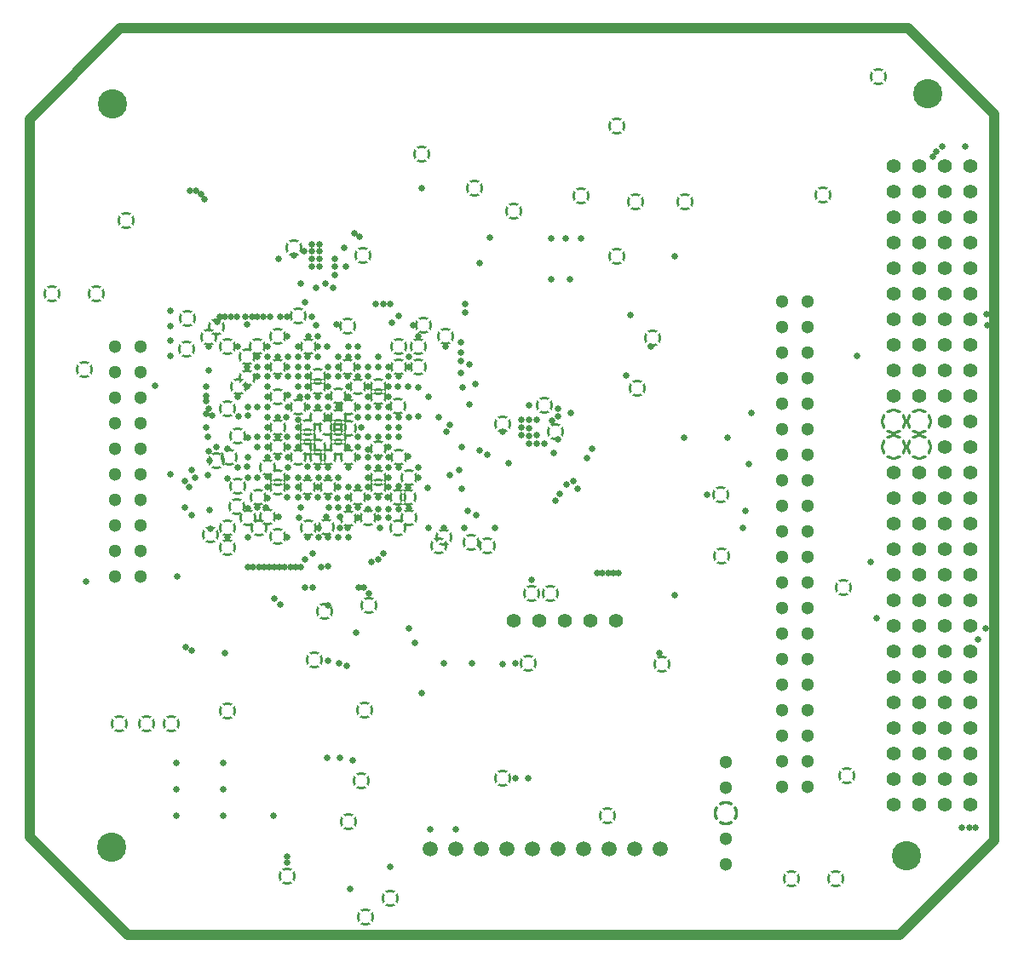
<source format=gbr>
%TF.GenerationSoftware,Altium Limited,Altium Designer,21.5.1 (32)*%
G04 Layer_Physical_Order=5*
G04 Layer_Color=8421376*
%FSLAX45Y45*%
%MOMM*%
%TF.SameCoordinates,1C786601-62C9-430B-884C-CD9D5B78F05E*%
%TF.FilePolarity,Negative*%
%TF.FileFunction,Copper,L5,Inr,Plane*%
%TF.Part,Single*%
G01*
G75*
%TA.AperFunction,ComponentPad*%
%ADD44C,1.50000*%
%TA.AperFunction,NonConductor*%
%ADD51C,1.01600*%
%TA.AperFunction,ComponentPad*%
%ADD52C,1.42000*%
G04:AMPARAMS|DCode=53|XSize=2.544mm|YSize=2.544mm|CornerRadius=0mm|HoleSize=0mm|Usage=FLASHONLY|Rotation=0.000|XOffset=0mm|YOffset=0mm|HoleType=Round|Shape=Relief|Width=0.254mm|Gap=0.254mm|Entries=4|*
%AMTHD53*
7,0,0,2.54400,2.03600,0.25400,45*
%
%ADD53THD53*%
G04:AMPARAMS|DCode=54|XSize=2.424mm|YSize=2.424mm|CornerRadius=0mm|HoleSize=0mm|Usage=FLASHONLY|Rotation=0.000|XOffset=0mm|YOffset=0mm|HoleType=Round|Shape=Relief|Width=0.254mm|Gap=0.254mm|Entries=4|*
%AMTHD54*
7,0,0,2.42400,1.91600,0.25400,45*
%
%ADD54THD54*%
%ADD55C,1.30000*%
%ADD56C,2.90000*%
%TA.AperFunction,ViaPad*%
%ADD57C,0.65000*%
G04:AMPARAMS|DCode=58|XSize=1.774mm|YSize=1.774mm|CornerRadius=0mm|HoleSize=0mm|Usage=FLASHONLY|Rotation=0.000|XOffset=0mm|YOffset=0mm|HoleType=Round|Shape=Relief|Width=0.254mm|Gap=0.254mm|Entries=4|*
%AMTHD58*
7,0,0,1.77400,1.26600,0.25400,45*
%
%ADD58THD58*%
D44*
X8810371Y3395889D02*
D03*
X8556371D02*
D03*
X7794371D02*
D03*
X7286371D02*
D03*
X6778371D02*
D03*
X6524371D02*
D03*
X7032371D02*
D03*
X7540371D02*
D03*
X8048371D02*
D03*
X8302371D02*
D03*
D51*
X3489222Y2568675D02*
X3517899Y2539999D01*
X11188699D01*
X12128501Y3479801D01*
Y10704345D01*
X11275846Y11557001D02*
X12128501Y10704345D01*
X3441699Y11557001D02*
X11275846D01*
X2539999Y10655301D02*
X3441699Y11557001D01*
X2539999Y3517899D02*
Y10655301D01*
Y3517899D02*
X3489222Y2568675D01*
D52*
X11633200Y3835400D02*
D03*
Y4089400D02*
D03*
Y4343400D02*
D03*
Y4597400D02*
D03*
Y4851400D02*
D03*
Y5105400D02*
D03*
Y5359400D02*
D03*
Y5613400D02*
D03*
Y5867400D02*
D03*
Y6121400D02*
D03*
Y6375400D02*
D03*
Y6629400D02*
D03*
Y6883400D02*
D03*
Y7137400D02*
D03*
Y7391400D02*
D03*
Y7645400D02*
D03*
Y7899400D02*
D03*
Y8153400D02*
D03*
Y8407400D02*
D03*
Y8661400D02*
D03*
Y8915400D02*
D03*
Y9169400D02*
D03*
Y9423400D02*
D03*
Y9677400D02*
D03*
Y9931400D02*
D03*
Y10185400D02*
D03*
X11887200Y3835400D02*
D03*
Y4089400D02*
D03*
Y4343400D02*
D03*
Y4597400D02*
D03*
Y4851400D02*
D03*
Y5105400D02*
D03*
Y5359400D02*
D03*
Y5613400D02*
D03*
Y5867400D02*
D03*
Y6121400D02*
D03*
Y6375400D02*
D03*
Y6629400D02*
D03*
Y6883400D02*
D03*
Y7137400D02*
D03*
Y7391400D02*
D03*
Y7645400D02*
D03*
Y7899400D02*
D03*
Y8153400D02*
D03*
Y8407400D02*
D03*
Y8661400D02*
D03*
Y8915400D02*
D03*
Y9169400D02*
D03*
Y9423400D02*
D03*
Y9677400D02*
D03*
Y9931400D02*
D03*
Y10185400D02*
D03*
X11379200D02*
D03*
Y9931400D02*
D03*
Y9677400D02*
D03*
Y9423400D02*
D03*
Y9169400D02*
D03*
Y8915400D02*
D03*
Y8661400D02*
D03*
Y8407400D02*
D03*
Y8153400D02*
D03*
Y7899400D02*
D03*
Y6883400D02*
D03*
Y6629400D02*
D03*
Y6375400D02*
D03*
Y6121400D02*
D03*
Y5867400D02*
D03*
Y5613400D02*
D03*
Y5359400D02*
D03*
Y5105400D02*
D03*
Y4851400D02*
D03*
Y4597400D02*
D03*
Y4343400D02*
D03*
Y4089400D02*
D03*
Y3835400D02*
D03*
X11125200Y10185400D02*
D03*
Y9931400D02*
D03*
Y9677400D02*
D03*
Y9423400D02*
D03*
Y9169400D02*
D03*
Y8915400D02*
D03*
Y8661400D02*
D03*
Y8407400D02*
D03*
Y8153400D02*
D03*
Y7899400D02*
D03*
Y6883400D02*
D03*
Y6629400D02*
D03*
Y6375400D02*
D03*
Y6121400D02*
D03*
Y5867400D02*
D03*
Y5613400D02*
D03*
Y5359400D02*
D03*
Y5105400D02*
D03*
Y4851400D02*
D03*
Y4597400D02*
D03*
Y4343400D02*
D03*
Y4089400D02*
D03*
Y3835400D02*
D03*
X11379200Y7137400D02*
D03*
X11125200D02*
D03*
X7350902Y5666110D02*
D03*
X7604902D02*
D03*
X7858902D02*
D03*
X8112902D02*
D03*
X8366902D02*
D03*
D53*
X11379200Y7645400D02*
D03*
Y7391400D02*
D03*
X11125200Y7645400D02*
D03*
Y7391400D02*
D03*
D54*
X9459628Y3753665D02*
D03*
D55*
Y4007665D02*
D03*
Y3245665D02*
D03*
Y3499665D02*
D03*
Y4261665D02*
D03*
X10274300Y4013200D02*
D03*
X10020300D02*
D03*
X10274300Y4267200D02*
D03*
X10020300D02*
D03*
X10274300Y4521200D02*
D03*
X10020300D02*
D03*
X10274300Y4775200D02*
D03*
X10020300D02*
D03*
X10274300Y5029200D02*
D03*
X10020300D02*
D03*
X10274300Y5283200D02*
D03*
X10020300D02*
D03*
X10274300Y5537200D02*
D03*
X10020300D02*
D03*
X10274300Y5791200D02*
D03*
X10020300D02*
D03*
X10274300Y6045200D02*
D03*
X10020300D02*
D03*
X10274300Y6299200D02*
D03*
X10020300D02*
D03*
X10274300Y6553200D02*
D03*
X10020300D02*
D03*
X10274300Y6807200D02*
D03*
X10020300D02*
D03*
X10274300Y7061200D02*
D03*
X10020300D02*
D03*
X10274300Y7315200D02*
D03*
X10020300D02*
D03*
X10274300Y7569200D02*
D03*
X10020300D02*
D03*
X10274300Y7823200D02*
D03*
X10020300D02*
D03*
X10274300Y8077200D02*
D03*
X10020300D02*
D03*
X10274300Y8331200D02*
D03*
X10020300D02*
D03*
X10274300Y8585200D02*
D03*
X10020300D02*
D03*
X10274300Y8839200D02*
D03*
X10020300D02*
D03*
X3390900Y8394700D02*
D03*
X3644900D02*
D03*
X3390900Y8140700D02*
D03*
X3644900D02*
D03*
X3390900Y7886700D02*
D03*
X3644900D02*
D03*
X3390900Y7632700D02*
D03*
X3644900D02*
D03*
X3390900Y7378700D02*
D03*
X3644900D02*
D03*
X3390900Y7124700D02*
D03*
X3644900D02*
D03*
X3390900Y6870700D02*
D03*
X3644900D02*
D03*
X3390900Y6616700D02*
D03*
X3644900D02*
D03*
X3390900Y6362700D02*
D03*
X3644900D02*
D03*
X3390900Y6108700D02*
D03*
X3644900D02*
D03*
D56*
X3365500Y10807700D02*
D03*
X11468100Y10909300D02*
D03*
X11252200Y3327400D02*
D03*
X3352800Y3416300D02*
D03*
D57*
X6938708Y5237586D02*
D03*
X6654622Y5243819D02*
D03*
X8467611Y8102033D02*
D03*
X8512565Y8707367D02*
D03*
X8717419Y8394218D02*
D03*
X4401935Y8635319D02*
D03*
X6103171Y6890185D02*
D03*
X5911792Y5939456D02*
D03*
X7527402Y6067443D02*
D03*
X5697007Y5216117D02*
D03*
X5506986Y5264173D02*
D03*
X5613869Y5244056D02*
D03*
X4969298Y5888627D02*
D03*
X5028300Y5829625D02*
D03*
X6435029Y4946700D02*
D03*
X8397220Y6141627D02*
D03*
X8289402D02*
D03*
X8183234D02*
D03*
X8343931D02*
D03*
X8236159D02*
D03*
X4601767Y8690170D02*
D03*
X5017735Y9261612D02*
D03*
X7728091Y9063343D02*
D03*
X7908077D02*
D03*
X6022087Y6590599D02*
D03*
X6057087Y6334527D02*
D03*
X9655152Y6754167D02*
D03*
X7165143Y6586774D02*
D03*
X6976503Y6718101D02*
D03*
X7372111Y5238349D02*
D03*
X7245111Y5235435D02*
D03*
X4189801Y7084700D02*
D03*
X3100192Y6055667D02*
D03*
X10763310Y8300419D02*
D03*
X6861071Y6590599D02*
D03*
X5806287Y7290598D02*
D03*
X5906179Y7370366D02*
D03*
X5837224Y7589234D02*
D03*
X5806999Y7690602D02*
D03*
X6406087Y7983099D02*
D03*
X6405182Y7695001D02*
D03*
X4507001Y6490604D02*
D03*
X4335612Y6576104D02*
D03*
X5208410Y7667073D02*
D03*
X4906996Y8388103D02*
D03*
X4903451Y7890596D02*
D03*
X4319991Y8390600D02*
D03*
X5107605Y7909710D02*
D03*
X5227671Y7888311D02*
D03*
X5103817Y8190601D02*
D03*
X6356995Y8600404D02*
D03*
X6405182Y8490600D02*
D03*
X6865618Y8728229D02*
D03*
X6674326Y8390600D02*
D03*
X9042500Y7487498D02*
D03*
X9480000D02*
D03*
X9273610Y6920368D02*
D03*
X5728725Y2994491D02*
D03*
X6121312Y3215478D02*
D03*
X5103817Y3322980D02*
D03*
Y3257982D02*
D03*
X5353069Y5991320D02*
D03*
X5509063Y5817499D02*
D03*
X7499111Y4099282D02*
D03*
X7372111D02*
D03*
X5629250Y4299472D02*
D03*
X5502250D02*
D03*
X4965679Y3727887D02*
D03*
X3996046D02*
D03*
Y3988313D02*
D03*
Y4248739D02*
D03*
X4006124Y6108700D02*
D03*
X3936552Y8747420D02*
D03*
Y8596996D02*
D03*
Y8447733D02*
D03*
Y8296143D02*
D03*
X6434887Y9968062D02*
D03*
X8952684Y9289867D02*
D03*
X7112290Y9475531D02*
D03*
X7012515Y9224703D02*
D03*
X7658100Y7429998D02*
D03*
X7732404Y7653452D02*
D03*
X5305283Y7200543D02*
D03*
X4890086Y6790776D02*
D03*
X5489606Y6696269D02*
D03*
X5623392Y6590417D02*
D03*
X5624568Y6693917D02*
D03*
X5231997Y6790604D02*
D03*
X4903451Y6883101D02*
D03*
X5704495Y6590599D02*
D03*
X6506997D02*
D03*
X6657077Y6586774D02*
D03*
X5103817Y6490604D02*
D03*
X4616352Y7698614D02*
D03*
X4711797Y7485796D02*
D03*
X4356991Y7701828D02*
D03*
X4706996D02*
D03*
X4324649Y7776283D02*
D03*
X4298819Y7588576D02*
D03*
X8133986Y7372262D02*
D03*
X6806533Y7167396D02*
D03*
X6299900Y6988095D02*
D03*
X6206998Y7000205D02*
D03*
X5306995Y6890598D02*
D03*
X9713922Y7730424D02*
D03*
X5510429Y6490599D02*
D03*
X9626051Y6587464D02*
D03*
X5610230Y6490599D02*
D03*
X5509063Y6210119D02*
D03*
X5439063Y6199388D02*
D03*
X6306993Y6785599D02*
D03*
X5414063Y6490599D02*
D03*
X5602196Y6885800D02*
D03*
X5404746Y6892847D02*
D03*
X5515230Y6789233D02*
D03*
X5781760Y5542794D02*
D03*
X5606994Y6790599D02*
D03*
X5206995Y7090600D02*
D03*
X5306995Y7090598D02*
D03*
X5506999D02*
D03*
X5806999Y8190601D02*
D03*
X5306995Y7990601D02*
D03*
X5206995D02*
D03*
X5506999D02*
D03*
X5706999Y7988899D02*
D03*
X5902545Y7995055D02*
D03*
X5906999Y7890601D02*
D03*
Y8190601D02*
D03*
X5906994Y8090601D02*
D03*
X6206998Y6772195D02*
D03*
X6006998D02*
D03*
X5906999D02*
D03*
X6106998D02*
D03*
X6006998Y6890598D02*
D03*
X5906999D02*
D03*
X9687021Y7218803D02*
D03*
X8798449Y5340650D02*
D03*
X6372348Y5447794D02*
D03*
X6310229Y5590518D02*
D03*
X8951482Y5914997D02*
D03*
X5274747Y5991320D02*
D03*
X8076578Y7281953D02*
D03*
X5508654Y7188937D02*
D03*
X5411158Y7089890D02*
D03*
X5406995Y7190598D02*
D03*
Y6990598D02*
D03*
X5708446Y7189150D02*
D03*
X5906999Y7190603D02*
D03*
X6106993D02*
D03*
X5103817Y6890598D02*
D03*
X5861390Y5991752D02*
D03*
X5806994Y6790599D02*
D03*
X5808839Y5991752D02*
D03*
X5354063Y6334527D02*
D03*
X4922212Y6200972D02*
D03*
X5025579Y6198864D02*
D03*
X4973952Y6199715D02*
D03*
X5274747Y6277944D02*
D03*
X5239747Y6200849D02*
D03*
X4760922Y6201701D02*
D03*
X5076925Y6199430D02*
D03*
X5186137Y6200565D02*
D03*
X5133794Y6200427D02*
D03*
X5220520Y6690039D02*
D03*
X4871164Y6200427D02*
D03*
X4816600D02*
D03*
X4706996D02*
D03*
X5011798Y6695402D02*
D03*
X4707001Y6490604D02*
D03*
X7879372Y7015601D02*
D03*
X7989766Y6979237D02*
D03*
X6499901Y6988095D02*
D03*
X7769806Y6858095D02*
D03*
X7944394Y7050920D02*
D03*
X7806188Y6925598D02*
D03*
X6911541Y8214573D02*
D03*
X6823667Y8129914D02*
D03*
Y8249573D02*
D03*
X5939282Y6249232D02*
D03*
X6006998Y6276164D02*
D03*
X6106998Y6690599D02*
D03*
X4296801Y7899253D02*
D03*
X4298819Y7846700D02*
D03*
X4711799Y7785798D02*
D03*
X4322825Y7346999D02*
D03*
X4151432Y7165600D02*
D03*
X4711797Y6785798D02*
D03*
X4151432Y6715601D02*
D03*
X4081144Y6788300D02*
D03*
X3790608Y8004200D02*
D03*
X5110699Y7390597D02*
D03*
X4903451Y7390602D02*
D03*
X4394740Y7388085D02*
D03*
X4508646Y7372138D02*
D03*
X3943373Y7124700D02*
D03*
X4083143Y7049700D02*
D03*
X4315430Y7492229D02*
D03*
X4310653Y7113298D02*
D03*
X4122551Y6991720D02*
D03*
X4507001Y7075548D02*
D03*
X4702195Y7195398D02*
D03*
X4713773Y7087773D02*
D03*
X4327344Y7252448D02*
D03*
Y6761449D02*
D03*
X4093461Y5401055D02*
D03*
X4148822Y5364397D02*
D03*
X4482059Y5340739D02*
D03*
X5414395Y6590599D02*
D03*
X6837550Y7390597D02*
D03*
X7017835Y7354296D02*
D03*
X7086812Y7319296D02*
D03*
X6299495Y7994435D02*
D03*
X6197196Y7990401D02*
D03*
X6206998Y8090601D02*
D03*
X6006998Y7690602D02*
D03*
X6106998Y7590602D02*
D03*
X7919861Y7730002D02*
D03*
X6911541Y7812334D02*
D03*
X7507600Y7805003D02*
D03*
X7429998Y7660000D02*
D03*
X7791146Y7771080D02*
D03*
X6506997Y7890601D02*
D03*
X7791146Y7469998D02*
D03*
Y7695001D02*
D03*
X7577102Y7660000D02*
D03*
X6974506Y8015599D02*
D03*
X6847669Y7980599D02*
D03*
X6606997Y7690602D02*
D03*
X6718282Y7616199D02*
D03*
X6206998Y7590602D02*
D03*
X7507600Y7504587D02*
D03*
Y7429998D02*
D03*
X7580000D02*
D03*
X7432246Y7510597D02*
D03*
X7427600Y7583104D02*
D03*
X6681909Y7540230D02*
D03*
X6406993Y7090598D02*
D03*
X6892076Y6757649D02*
D03*
X6837550Y6980601D02*
D03*
X7753015Y7336501D02*
D03*
X6106993Y7292266D02*
D03*
X6206998Y7190598D02*
D03*
X7304017Y7232266D02*
D03*
X6406998Y7190603D02*
D03*
X6006998Y7190598D02*
D03*
X6206998Y7490602D02*
D03*
X7238578Y7544999D02*
D03*
X6302194Y7295401D02*
D03*
X6718282Y7115600D02*
D03*
X12049797Y8716201D02*
D03*
X4466300Y3727887D02*
D03*
X8023984Y9462669D02*
D03*
X7869425D02*
D03*
X7728091D02*
D03*
X5806994Y8390600D02*
D03*
X5406995Y7790602D02*
D03*
X5806999Y7490597D02*
D03*
X5506999Y7688123D02*
D03*
X5704489Y7390597D02*
D03*
X5306997Y7790597D02*
D03*
X5206995Y8390600D02*
D03*
Y7590602D02*
D03*
X4607001Y7890601D02*
D03*
X5206995Y7390602D02*
D03*
X4606996Y7190598D02*
D03*
X5806994Y8090601D02*
D03*
X5806999Y8290601D02*
D03*
X6212484Y8697096D02*
D03*
X10901734Y6247726D02*
D03*
X10960171Y5690900D02*
D03*
X11809700Y3608646D02*
D03*
X12055974Y8606599D02*
D03*
X6141114Y8625727D02*
D03*
X11942001Y3610894D02*
D03*
X11879648Y3608646D02*
D03*
X5006995Y7690602D02*
D03*
X12042200Y5584483D02*
D03*
X11964700Y5475992D02*
D03*
X4319991Y8155594D02*
D03*
X4298819Y7725729D02*
D03*
X6871030Y8813247D02*
D03*
X6823667Y8430600D02*
D03*
X11514716Y10280400D02*
D03*
X11836137Y10381394D02*
D03*
X11555700Y10328334D02*
D03*
X11607321Y10381394D02*
D03*
X4298819Y7990862D02*
D03*
X4705153Y7991434D02*
D03*
X5706999Y6790604D02*
D03*
X5806994Y6690599D02*
D03*
X6306998Y8290601D02*
D03*
X4276191Y9851569D02*
D03*
X4135678Y9942459D02*
D03*
X4196070D02*
D03*
X4244426Y9904503D02*
D03*
X4904594Y7586424D02*
D03*
X5206997Y7490602D02*
D03*
X6823667Y8334544D02*
D03*
X4906996Y7490602D02*
D03*
Y6990598D02*
D03*
Y7290598D02*
D03*
Y7092326D02*
D03*
X6524371Y3589850D02*
D03*
X6778371D02*
D03*
X6106998Y8090601D02*
D03*
Y7890601D02*
D03*
X5906999Y7790597D02*
D03*
X4607001Y8390595D02*
D03*
X4906996Y8090601D02*
D03*
X5706999Y7890601D02*
D03*
X5406997D02*
D03*
X5106995Y7790602D02*
D03*
X5906999Y7090598D02*
D03*
X5106995Y7190598D02*
D03*
X5606994Y7090598D02*
D03*
X5106995Y7290598D02*
D03*
X4806996Y7089890D02*
D03*
X4755408Y8690170D02*
D03*
X4704321Y8190601D02*
D03*
X4806996Y6790599D02*
D03*
Y7390597D02*
D03*
X4806998Y7492229D02*
D03*
X4806996Y7790597D02*
D03*
Y8090601D02*
D03*
Y8190601D02*
D03*
X4803483Y8290601D02*
D03*
X4907283Y7690314D02*
D03*
X4903451Y7790602D02*
D03*
X4906996Y7990601D02*
D03*
Y8190601D02*
D03*
X4863483Y8690170D02*
D03*
X4428104D02*
D03*
X4906996Y8290601D02*
D03*
X5006995Y7290598D02*
D03*
X5103817Y7490602D02*
D03*
X5006995Y7490597D02*
D03*
X5094622Y7688123D02*
D03*
X4806996Y8690170D02*
D03*
X5006995Y8090601D02*
D03*
X4481999Y8690170D02*
D03*
X5006995Y8290601D02*
D03*
X5103817Y6990598D02*
D03*
Y7089890D02*
D03*
X5031496Y8690170D02*
D03*
X5106995Y8090601D02*
D03*
Y8290601D02*
D03*
X5771319Y9520592D02*
D03*
X5206995Y6890598D02*
D03*
X4685457Y8690170D02*
D03*
X5306995Y7890596D02*
D03*
X4931998Y8690170D02*
D03*
X5206995Y8090601D02*
D03*
X4539321Y8690170D02*
D03*
X5206995Y8190601D02*
D03*
Y8290601D02*
D03*
X5819229Y9485846D02*
D03*
X5103817Y8490977D02*
D03*
X5348488Y9407794D02*
D03*
X5306995Y6490599D02*
D03*
X6057124Y8817729D02*
D03*
X4705911Y8611044D02*
D03*
X5306995Y8090601D02*
D03*
Y8190601D02*
D03*
X5349052Y9186850D02*
D03*
X5311995Y8490600D02*
D03*
X5422631Y9186850D02*
D03*
X5385339Y8604566D02*
D03*
X5571236Y9186850D02*
D03*
X5506999Y6890603D02*
D03*
X5506994Y7790602D02*
D03*
X5422631Y9407794D02*
D03*
X5103817Y8690170D02*
D03*
X5348488Y9336288D02*
D03*
X5506999Y8090601D02*
D03*
X5406995Y8290601D02*
D03*
X6127124Y8817729D02*
D03*
X5349052Y8687850D02*
D03*
X5406995Y8390600D02*
D03*
Y8490600D02*
D03*
X5685391Y9186850D02*
D03*
X5704495Y6890598D02*
D03*
X5606999Y6990598D02*
D03*
X5422631Y9260429D02*
D03*
X5606999Y7790597D02*
D03*
X5422631Y9336288D02*
D03*
X5506999Y7890601D02*
D03*
X5276995Y8828567D02*
D03*
X5606999Y8090601D02*
D03*
X5506999Y8190601D02*
D03*
X5271221Y9336176D02*
D03*
X5606999Y8290601D02*
D03*
X5501922Y8390600D02*
D03*
X5574609Y9104601D02*
D03*
X5706999Y6490599D02*
D03*
Y6990598D02*
D03*
X5348488Y9259900D02*
D03*
X5570667Y9261734D02*
D03*
X5606994Y8190601D02*
D03*
X5706999Y8290601D02*
D03*
X5981996Y8817729D02*
D03*
X5806999Y6990603D02*
D03*
X5806994Y7790597D02*
D03*
X5591274Y8614767D02*
D03*
X5706999Y8390598D02*
D03*
X5906999Y6990598D02*
D03*
X5806999Y7390597D02*
D03*
X5906999Y7490597D02*
D03*
X6006998Y8290601D02*
D03*
X5235820Y9015842D02*
D03*
X5481997Y9016088D02*
D03*
X6006998Y6690599D02*
D03*
X5906999Y7290603D02*
D03*
X6006998Y7490597D02*
D03*
X5906999Y7690602D02*
D03*
X6006998Y7790602D02*
D03*
Y8190601D02*
D03*
X5384800Y8972205D02*
D03*
X5556997D02*
D03*
X6106998Y6990598D02*
D03*
X6006998Y7290598D02*
D03*
X6106998Y7490597D02*
D03*
Y7690602D02*
D03*
Y7990601D02*
D03*
Y8190601D02*
D03*
Y7390597D02*
D03*
X6206998Y7690602D02*
D03*
X6106998Y7790597D02*
D03*
X6306995Y7690602D02*
D03*
X6306998Y8190601D02*
D03*
X5163906Y9298798D02*
D03*
X5704897Y8090601D02*
D03*
X5756250Y4275492D02*
D03*
X5206995Y6990598D02*
D03*
X4706996Y7290598D02*
D03*
X4466300Y3988313D02*
D03*
Y4248739D02*
D03*
X6106998Y7090598D02*
D03*
X5306998Y8290601D02*
D03*
X7507600Y7660000D02*
D03*
Y7580000D02*
D03*
X7580000Y7507397D02*
D03*
X5670001Y9371289D02*
D03*
D58*
X7527402Y5931752D02*
D03*
X5833565Y4070345D02*
D03*
X10977657Y11075040D02*
D03*
X8733764Y8474236D02*
D03*
X5878344Y2718516D02*
D03*
X4401044Y8584653D02*
D03*
X6203505Y6890185D02*
D03*
X7717232Y5931752D02*
D03*
X5869351Y4775200D02*
D03*
X5375250Y5273015D02*
D03*
X9414995Y6309594D02*
D03*
X5911792Y5817499D02*
D03*
X7499111Y5238349D02*
D03*
X6121312Y2903742D02*
D03*
X8577605Y7975878D02*
D03*
X3087893Y8161754D02*
D03*
X3501290Y9646463D02*
D03*
X6434887Y10301274D02*
D03*
X8378467Y10584491D02*
D03*
X10426200Y9895779D02*
D03*
X10631942Y5992167D02*
D03*
X10659225Y4123174D02*
D03*
X8282324Y3723949D02*
D03*
X5713001Y3667888D02*
D03*
X4506357Y4767308D02*
D03*
X7093443Y6411929D02*
D03*
X6927555Y6440602D02*
D03*
X6010144Y7377527D02*
D03*
X5707642Y7574102D02*
D03*
X6197196Y7798099D02*
D03*
X4507001Y6394663D02*
D03*
X4336869Y6516859D02*
D03*
X4394740Y7258278D02*
D03*
X4705153Y8075290D02*
D03*
X5006995Y8490595D02*
D03*
X4616352Y7991434D02*
D03*
X4506701Y8390600D02*
D03*
X4319991Y8482572D02*
D03*
X5212800Y8691726D02*
D03*
X5006995Y8190601D02*
D03*
X5206995Y7790602D02*
D03*
X5704897Y8590605D02*
D03*
X6456090Y8600404D02*
D03*
X6406998Y8390600D02*
D03*
X6674326Y8490600D02*
D03*
X9407500Y6920368D02*
D03*
X5103817Y3127980D02*
D03*
X5468878Y5760628D02*
D03*
X8829078Y5229562D02*
D03*
X10115630Y3102031D02*
D03*
X10553920D02*
D03*
X7245111Y4099282D02*
D03*
X3946046Y4642876D02*
D03*
X3700916D02*
D03*
X3431279D02*
D03*
X2759332Y8915489D02*
D03*
X3200453D02*
D03*
X4107163Y8672352D02*
D03*
X4104842Y8365598D02*
D03*
X6960152Y9968062D02*
D03*
X8023984Y9893781D02*
D03*
X8564624Y9833049D02*
D03*
X9050100D02*
D03*
X8376217Y9289867D02*
D03*
X7353713Y9734089D02*
D03*
X7767739Y7546257D02*
D03*
X5488136Y6593357D02*
D03*
X5706999Y6680091D02*
D03*
X6610822Y6408102D02*
D03*
X6657077Y6496055D02*
D03*
X5005948Y6499154D02*
D03*
X4903451Y6697568D02*
D03*
X4816600Y6590601D02*
D03*
X4815047Y6889048D02*
D03*
X4606999Y7000202D02*
D03*
X4526578Y7290598D02*
D03*
X5311995Y6590604D02*
D03*
X5704897Y8190601D02*
D03*
X5406995Y7990601D02*
D03*
X5806994D02*
D03*
X6303588Y6893095D02*
D03*
X5806994Y6890603D02*
D03*
X6306998Y6690599D02*
D03*
X6196995Y6590599D02*
D03*
X4506996Y7776700D02*
D03*
X4606996Y7500600D02*
D03*
X4602195Y6795399D02*
D03*
X7657602Y7810002D02*
D03*
X6206998Y7292266D02*
D03*
X6006998Y7090598D02*
D03*
X5306995Y6990598D02*
D03*
X6206998Y8186970D02*
D03*
X5003203Y7586810D02*
D03*
X6406998Y8186970D02*
D03*
X4507001Y6590604D02*
D03*
X4706996Y6690599D02*
D03*
X4704321Y8290095D02*
D03*
X4803483Y8390600D02*
D03*
X5006995Y6990598D02*
D03*
Y7090598D02*
D03*
Y7890601D02*
D03*
X5206995Y7290598D02*
D03*
X5306995Y7390597D02*
D03*
Y7490602D02*
D03*
Y7590602D02*
D03*
X5506994Y6990603D02*
D03*
X5406995Y7290598D02*
D03*
Y7390597D02*
D03*
X5495439Y7590602D02*
D03*
X5406995Y7690602D02*
D03*
Y8090601D02*
D03*
X5506994Y7290598D02*
D03*
X5606999Y7390597D02*
D03*
Y7590602D02*
D03*
Y7690602D02*
D03*
X5706999Y7290598D02*
D03*
X5606994Y7490597D02*
D03*
X5706999Y7790597D02*
D03*
X6006998Y6990598D02*
D03*
Y7890601D02*
D03*
Y7990601D02*
D03*
X6206998Y8390600D02*
D03*
X5610717Y7896174D02*
D03*
X5854229Y9297599D02*
D03*
X5163906Y9371289D02*
D03*
X5309497Y8388103D02*
D03*
X5906996Y6690599D02*
D03*
X5009987Y7390602D02*
D03*
X4907283Y7190598D02*
D03*
X6306993Y7090598D02*
D03*
X7238578Y7620000D02*
D03*
%TF.MD5,9f0ef277b43622415e63e12abbcf2867*%
M02*

</source>
